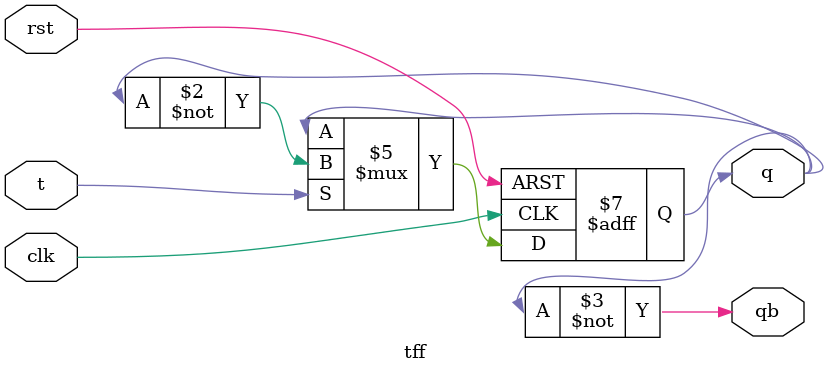
<source format=v>


module tff(
    input clk, rst, t,
    output reg q, 
    output qb
    );
    always @ (posedge clk, posedge rst)  // asynchronous reset
    begin
        if (rst)
            q <= 1'b0;
        else if (t)
            q <= ~q;
        else 
            q <= q;
    end  
   assign qb = ~q;
    
endmodule

</source>
